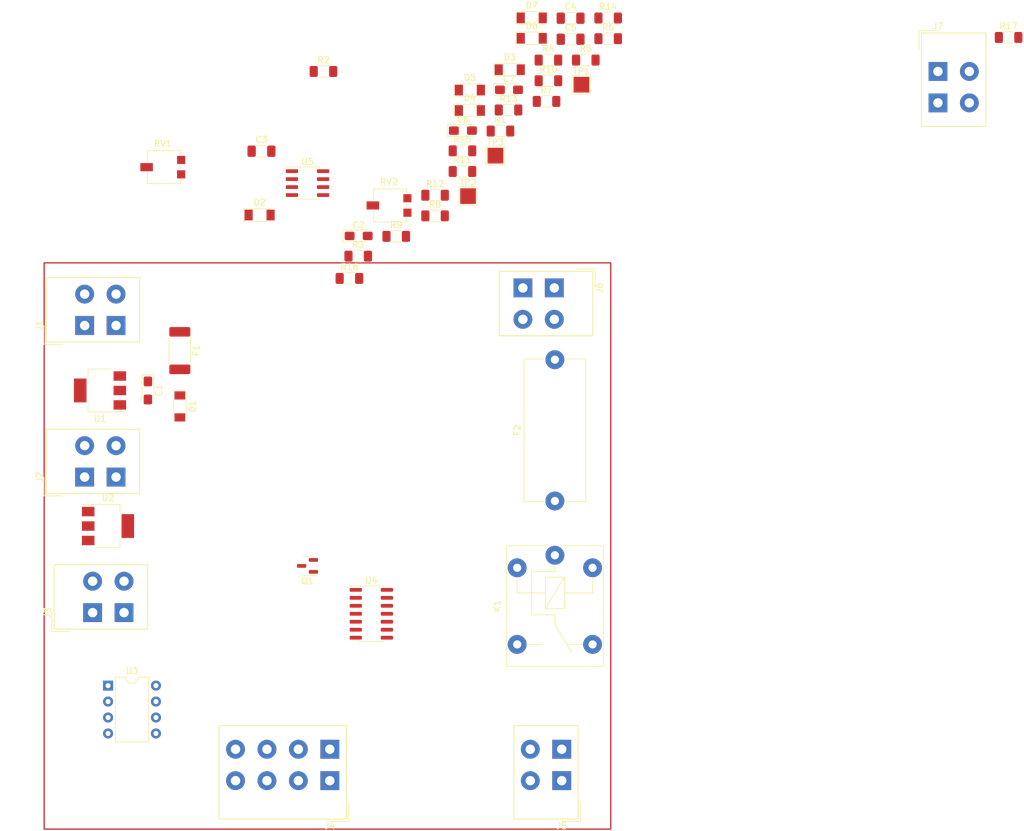
<source format=kicad_pcb>
(kicad_pcb (version 20211014) (generator pcbnew)
  (layers (0 "F.Cu" signal) (31 "B.Cu" signal) (34 "B.Paste" user) (35 "F.Paste" user) (36 "B.SilkS" user "B.Silkscreen") (37 "F.SilkS" user "F.Silkscreen") (38 "B.Mask" user) (39 "F.Mask" user) (44 "Edge.Cuts" user))
  (net 0 "")
  (net 1 "+12V")
  (net 2 "GND")
  (net 3 "12V_Telem")
  (net 4 "+5V")
  (net 5 "Net-(C4-Pad1)")
  (net 6 "Net-(C7-Pad1)")
  (net 7 "Net-(D2-Pad1)")
  (net 8 "Net-(D2-Pad2)")
  (net 9 "Net-(D3-Pad2)")
  (net 10 "Net-(D4-Pad2)")
  (net 11 "/(A+B)C")
  (net 12 "Net-(D6-Pad1)")
  (net 13 "+12C")
  (net 14 "Net-(F2-Pad1)")
  (net 15 "Net-(F2-Pad2)")
  (net 16 "Brake2")
  (net 17 "Brake1")
  (net 18 "TPS")
  (net 19 "LED")
  (net 21 "Net-(Q1-Pad1)")
  (net 22 "Brake_ref")
  (net 23 "Net-(R5-Pad2)")
  (net 24 "Net-(R6-Pad2)")
  (net 25 "Net-(R7-Pad2)")
  (net 26 "TPS_ref")
  (net 27 "Net-(R9-Pad2)")
  (net 28 "Net-(R10-Pad2)")
  (net 29 "RELAY")
  (net 30 "Net-(R15-Pad2)")
  (net 31 "Net-(TP1-Pad1)")
  (net 32 "Net-(TP3-Pad1)")
  (net 35 "Net-(U4-Pad13)")
  (net 38 "Net-(U3-Pad5)")
  (footprint "Package_TO_SOT_SMD:SOT-223" (layer "F.Cu") (at 25.4 86.36 180)
    (fp_text reference "U1" (at 0 -4.5) (layer "F.SilkS"))
    (fp_text value "LM1117-5.0")
    (fp_line (start -4.1 -3.41) (end 1.91 -3.41) (layer "F.SilkS") (width 0.12))
    (fp_line (start 1.91 -3.41) (end 1.91 -2.15) (layer "F.SilkS") (width 0.12))
    (fp_line (start -1.85 3.41) (end 1.91 3.41) (layer "F.SilkS") (width 0.12))
    (fp_line (start 1.91 3.41) (end 1.91 2.15) (layer "F.SilkS") (width 0.12))
    (pad "1" smd rect (at -3.15 -2.3 180) (size 2 1.5) (layers "F.Cu" "F.Paste" "F.Mask") (net 2 "GND"))
    (pad "2" smd rect (at -3.15 0 180) (size 2 1.5) (layers "F.Cu" "F.Paste" "F.Mask") (net 4 "+5V"))
    (pad "3" smd rect (at -3.15 2.3 180) (size 2 1.5) (layers "F.Cu" "F.Paste" "F.Mask") (net 1 "+12V"))
    (pad "4" smd rect (at 3.15 0 180) (size 2 3.8) (layers "F.Cu" "F.Paste" "F.Mask"))
  )
  (footprint "Potentiometer_SMD:Potentiometer_Vishay_TS53YL_Vertical" (layer "F.Cu") (at 71.57 56.9)
    (fp_text reference "RV2" (at -0.175 -3.75) (layer "F.SilkS"))
    (fp_text value "1k")
    (fp_line (start 2.62 2.04) (end 2.62 2.62) (layer "F.SilkS") (width 0.12))
    (fp_line (start 2.62 -2.62) (end 2.62 -2.039) (layer "F.SilkS") (width 0.12))
    (fp_line (start -2.62 -2.62) (end 2.62 -2.62) (layer "F.SilkS") (width 0.12))
    (fp_line (start -2.62 -2.62) (end -2.62 -0.89) (layer "F.SilkS") (width 0.12))
    (fp_line (start -2.62 2.62) (end 2.62 2.62) (layer "F.SilkS") (width 0.12))
    (fp_line (start -2.62 0.89) (end -2.62 2.62) (layer "F.SilkS") (width 0.12))
    (fp_line (start 2.62 -0.26) (end 2.62 0.26) (layer "F.SilkS") (width 0.12))
    (pad "1" smd rect (at 2.75 -1.15) (size 1.3 1.3) (layers "F.Cu" "F.Paste" "F.Mask") (net 27 "Net-(R9-Pad2)"))
    (pad "2" smd rect (at -2.75 0) (size 2 1.3) (layers "F.Cu" "F.Paste" "F.Mask") (net 2 "GND"))
    (pad "3" smd rect (at 2.75 1.15) (size 1.3 1.3) (layers "F.Cu" "F.Paste" "F.Mask") (net 2 "GND"))
  )
  (footprint "AK3001:AK300_1x02_P5.00mm_45-Degree" (layer "F.Cu") (at 98.8775 148.4975 180)
    (fp_text reference "J5" (at 0 -7.2) (layer "F.SilkS"))
    (fp_text value "LED")
    (fp_line (start -2.62 -6.12) (end -2.62 8.763) (layer "F.SilkS") (width 0.12))
    (fp_line (start -3 -6.5) (end 0 -6.5) (layer "F.SilkS") (width 0.12))
    (fp_line (start -2.62 8.763) (end 7.62 8.763) (layer "F.SilkS") (width 0.12))
    (fp_line (start 7.62 -6.12) (end 7.62 8.763) (layer "F.SilkS") (width 0.12))
    (fp_line (start -2.62 -6.12) (end 7.62 -6.12) (layer "F.SilkS") (width 0.12))
    (fp_line (start -2.62 -6.12) (end 7.62 -6.12) (layer "F.SilkS") (width 0.12))
    (fp_line (start -3 -3.5) (end -3 -6.5) (layer "F.SilkS") (width 0.12))
    (fp_line (start -2.62 -6.12) (end -2.62 8.763) (layer "F.SilkS") (width 0.12))
    (fp_line (start 7.62 -6.12) (end 7.62 8.763) (layer "F.SilkS") (width 0.12))
    (fp_line (start -2.62 8.763) (end 7.62 8.763) (layer "F.SilkS") (width 0.12))
    (pad "1" thru_hole rect (at 0 5 180) (size 3 3) (drill 1.5) (layers *.Cu *.Mask) (net 19 "LED"))
    (pad "1" thru_hole rect (at 0 0 180) (size 3 3) (drill 1.5) (layers *.Cu *.Mask) (net 19 "LED"))
    (pad "2" thru_hole circle (at 5 0 180) (size 3 3) (drill 1.5) (layers *.Cu *.Mask) (net 2 "GND"))
    (pad "2" thru_hole circle (at 5 5 180) (size 3 3) (drill 1.5) (layers *.Cu *.Mask) (net 2 "GND"))
  )
  (footprint "Resistor_SMD:R_1206_3216Metric_Pad1.30x1.75mm_HandSolder" (layer "F.Cu") (at 65.09 68.52)
    (fp_text reference "R16" (at 0 -1.82) (layer "F.SilkS"))
    (fp_text value "1M")
    (fp_line (start -0.727064 0.91) (end 0.727064 0.91) (layer "F.SilkS") (width 0.12))
    (fp_line (start -0.727064 -0.91) (end 0.727064 -0.91) (layer "F.SilkS") (width 0.12))
    (pad "1" smd roundrect (at -1.55 0) (size 1.3 1.75) (layers "F.Cu" "F.Paste" "F.Mask") (roundrect_rratio 0.192308) (net 30 "Net-(R15-Pad2)"))
    (pad "2" smd roundrect (at 1.55 0) (size 1.3 1.75) (layers "F.Cu" "F.Paste" "F.Mask") (roundrect_rratio 0.192308) (net 6 "Net-(C7-Pad1)"))
  )
  (footprint "AK3001:AK3001_1x04_P5.00mm_45-Degree" (layer "F.Cu") (at 61.9975 148.4975 180)
    (fp_text reference "J4" (at 0 -7.2) (layer "F.SilkS"))
    (fp_text value "Sensors")
    (fp_line (start -2.97 -3.5) (end -2.97 -6.5) (layer "F.SilkS") (width 0.12))
    (fp_line (start -2.59 8.763) (end 17.65 8.763) (layer "F.SilkS") (width 0.12))
    (fp_line (start -2.59 8.763) (end 17.65 8.763) (layer "F.SilkS") (width 0.12))
    (fp_line (start -2.59 -6.12) (end -2.59 8.763) (layer "F.SilkS") (width 0.12))
    (fp_line (start -2.59 -6.12) (end -2.59 8.763) (layer "F.SilkS") (width 0.12))
    (fp_line (start -2.97 -6.5) (end 0.03 -6.5) (layer "F.SilkS") (width 0.12))
    (fp_line (start 17.65 -6.12) (end 17.65 8.763) (layer "F.SilkS") (width 0.12))
    (fp_line (start 17.65 -6.12) (end 17.65 8.763) (layer "F.SilkS") (width 0.12))
    (fp_line (start -2.59 -6.12) (end 17.65 -6.12) (layer "F.SilkS") (width 0.12))
    (fp_line (start -2.59 -6.12) (end 17.65 -6.12) (layer "F.SilkS") (width 0.12))
    (pad "1" thru_hole rect (at 0.03 5 180) (size 3 3) (drill 1.5) (layers *.Cu *.Mask) (net 2 "GND"))
    (pad "1" thru_hole rect (at 0.03 0 180) (size 3 3) (drill 1.5) (layers *.Cu *.Mask) (net 2 "GND"))
    (pad "2" thru_hole circle (at 5.03 5 180) (size 3 3) (drill 1.5) (layers *.Cu *.Mask) (net 16 "Brake2"))
    (pad "2" thru_hole circle (at 5.03 0 180) (size 3 3) (drill 1.5) (layers *.Cu *.Mask) (net 16 "Brake2"))
    (pad "3" thru_hole circle (at 10.03 0 180) (size 3 3) (drill 1.5) (layers *.Cu *.Mask) (net 17 "Brake1"))
    (pad "3" thru_hole circle (at 10.03 5 180) (size 3 3) (drill 1.5) (layers *.Cu *.Mask) (net 17 "Brake1"))
    (pad "4" thru_hole circle (at 15.03 5 180) (size 3 3) (drill 1.5) (layers *.Cu *.Mask) (net 18 "TPS"))
    (pad "4" thru_hole circle (at 15.03 0 180) (size 3 3) (drill 1.5) (layers *.Cu *.Mask) (net 18 "TPS"))
  )
  (footprint "Resistor_SMD:R_1206_3216Metric_Pad1.30x1.75mm_HandSolder" (layer "F.Cu") (at 102.71 33.75)
    (fp_text reference "R5" (at 0 -1.82) (layer "F.SilkS"))
    (fp_text value "1k2")
    (fp_line (start -0.727064 -0.91) (end 0.727064 -0.91) (layer "F.SilkS") (width 0.12))
    (fp_line (start -0.727064 0.91) (end 0.727064 0.91) (layer "F.SilkS") (width 0.12))
    (pad "1" smd roundrect (at -1.55 0) (size 1.3 1.75) (layers "F.Cu" "F.Paste" "F.Mask") (roundrect_rratio 0.192308) (net 22 "Brake_ref"))
    (pad "2" smd roundrect (at 1.55 0) (size 1.3 1.75) (layers "F.Cu" "F.Paste" "F.Mask") (roundrect_rratio 0.192308) (net 23 "Net-(R5-Pad2)"))
  )
  (footprint "Package_SO:SO-14_3.9x8.65mm_P1.27mm" (layer "F.Cu") (at 68.58 121.92)
    (fp_text reference "U4" (at 0 -5.28) (layer "F.SilkS"))
    (fp_text value "LM324")
    (fp_line (start 0 -4.435) (end 1.95 -4.435) (layer "F.SilkS") (width 0.12))
    (fp_line (start 0 4.435) (end -1.95 4.435) (layer "F.SilkS") (width 0.12))
    (fp_line (start 0 -4.435) (end -3.45 -4.435) (layer "F.SilkS") (width 0.12))
    (fp_line (start 0 4.435) (end 1.95 4.435) (layer "F.SilkS") (width 0.12))
    (pad "1" smd roundrect (at -2.475 -3.81) (size 1.95 0.6) (layers "F.Cu" "F.Paste" "F.Mask") (net 8 "Net-(D2-Pad2)"))
    (pad "2" smd roundrect (at -2.475 -2.54) (size 1.95 0.6) (layers "F.Cu" "F.Paste" "F.Mask") (net 22 "Brake_ref"))
    (pad "3" smd roundrect (at -2.475 -1.27) (size 1.95 0.6) (layers "F.Cu" "F.Paste" "F.Mask") (net 17 "Brake1"))
    (pad "4" smd roundrect (at -2.475 0) (size 1.95 0.6) (layers "F.Cu" "F.Paste" "F.Mask") (net 4 "+5V"))
    (pad "5" smd roundrect (at -2.475 1.27) (size 1.95 0.6) (layers "F.Cu" "F.Paste" "F.Mask") (net 16 "Brake2"))
    (pad "6" smd roundrect (at -2.475 2.54) (size 1.95 0.6) (layers "F.Cu" "F.Paste" "F.Mask") (net 22 "Brake_ref"))
    (pad "7" smd roundrect (at -2.475 3.81) (size 1.95 0.6) (layers "F.Cu" "F.Paste" "F.Mask") (net 9 "Net-(D3-Pad2)"))
    (pad "8" smd roundrect (at 2.475 3.81) (size 1.95 0.6) (layers "F.Cu" "F.Paste" "F.Mask") (net 12 "Net-(D6-Pad1)"))
    (pad "9" smd roundrect (at 2.475 2.54) (size 1.95 0.6) (layers "F.Cu" "F.Paste" "F.Mask") (net 26 "TPS_ref"))
    (pad "10" smd roundrect (at 2.475 1.27) (size 1.95 0.6) (layers "F.Cu" "F.Paste" "F.Mask") (net 18 "TPS"))
    (pad "11" smd roundrect (at 2.475 0) (size 1.95 0.6) (layers "F.Cu" "F.Paste" "F.Mask") (net 2 "GND"))
    (pad "12" smd roundrect (at 2.475 -1.27) (size 1.95 0.6) (layers "F.Cu" "F.Paste" "F.Mask") (net 28 "Net-(R10-Pad2)"))
    (pad "13" smd roundrect (at 2.475 -2.54) (size 1.95 0.6) (layers "F.Cu" "F.Paste" "F.Mask") (net 35 "Net-(U4-Pad13)"))
    (pad "14" smd roundrect (at 2.475 -3.81) (size 1.95 0.6) (layers "F.Cu" "F.Paste" "F.Mask") (net 35 "Net-(U4-Pad13)"))
  )
  (footprint "TestPoint:TestPoint_Pad_2.5x2.5mm" (layer "F.Cu") (at 83.97 55.41)
    (fp_text reference "TP2" (at 0 -2.148) (layer "F.SilkS"))
    (fp_text value "ICSPD")
    (fp_line (start -1.45 1.45) (end -1.45 -1.45) (layer "F.SilkS") (width 0.12))
    (fp_line (start -1.45 -1.45) (end 1.45 -1.45) (layer "F.SilkS") (width 0.12))
    (fp_line (start 1.45 -1.45) (end 1.45 1.45) (layer "F.SilkS") (width 0.12))
    (fp_line (start 1.45 1.45) (end -1.45 1.45) (layer "F.SilkS") (width 0.12))
    (pad "1" smd rect (at 0 0) (size 2.5 2.5) (layers "F.Cu" "F.Mask") (net 24 "Net-(R6-Pad2)"))
  )
  (footprint "Resistor_SMD:R_1206_3216Metric_Pad1.30x1.75mm_HandSolder" (layer "F.Cu") (at 83.08 51.49)
    (fp_text reference "R11" (at 0 -1.82) (layer "F.SilkS"))
    (fp_text value "22k")
    (fp_line (start -0.727064 -0.91) (end 0.727064 -0.91) (layer "F.SilkS") (width 0.12))
    (fp_line (start -0.727064 0.91) (end 0.727064 0.91) (layer "F.SilkS") (width 0.12))
    (pad "1" smd roundrect (at -1.55 0) (size 1.3 1.75) (layers "F.Cu" "F.Paste" "F.Mask") (roundrect_rratio 0.192308) (net 28 "Net-(R10-Pad2)"))
    (pad "2" smd roundrect (at 1.55 0) (size 1.3 1.75) (layers "F.Cu" "F.Paste" "F.Mask") (roundrect_rratio 0.192308) (net 2 "GND"))
  )
  (footprint "Resistor_SMD:R_1206_3216Metric_Pad1.30x1.75mm_HandSolder" (layer "F.Cu") (at 96.76 37.04)
    (fp_text reference "R10" (at 0 -1.82) (layer "F.SilkS"))
    (fp_text value "22k")
    (fp_line (start -0.727064 -0.91) (end 0.727064 -0.91) (layer "F.SilkS") (width 0.12))
    (fp_line (start -0.727064 0.91) (end 0.727064 0.91) (layer "F.SilkS") (width 0.12))
    (pad "1" smd roundrect (at -1.55 0) (size 1.3 1.75) (layers "F.Cu" "F.Paste" "F.Mask") (roundrect_rratio 0.192308) (net 4 "+5V"))
    (pad "2" smd roundrect (at 1.55 0) (size 1.3 1.75) (layers "F.Cu" "F.Paste" "F.Mask") (roundrect_rratio 0.192308) (net 28 "Net-(R10-Pad2)"))
  )
  (footprint "Fuse:Fuse_2512_6332Metric_Pad1.52x3.35mm_HandSolder" (layer "F.Cu") (at 38.1 80.01 -90)
    (fp_text reference "F1" (at 0 -2.62 90) (layer "F.SilkS"))
    (fp_text value "2A")
    (fp_line (start -2.052064 1.71) (end 2.052064 1.71) (layer "F.SilkS") (width 0.12))
    (fp_line (start -2.052064 -1.71) (end 2.052064 -1.71) (layer "F.SilkS") (width 0.12))
    (pad "1" smd roundrect (at -2.9875 0 270) (size 1.525 3.35) (layers "F.Cu" "F.Paste" "F.Mask") (roundrect_rratio 0.163934) (net 13 "+12C"))
    (pad "2" smd roundrect (at 2.9875 0 270) (size 1.525 3.35) (layers "F.Cu" "F.Paste" "F.Mask") (roundrect_rratio 0.163934) (net 1 "+12V"))
  )
  (footprint "Capacitor_SMD:C_1206_3216Metric_Pad1.33x1.80mm_HandSolder" (layer "F.Cu") (at 100.29 27.08)
    (fp_text reference "C4" (at 0 -1.85) (layer "F.SilkS"))
    (fp_text value "100nF")
    (fp_line (start -0.711252 0.91) (end 0.711252 0.91) (layer "F.SilkS") (width 0.12))
    (fp_line (start -0.711252 -0.91) (end 0.711252 -0.91) (layer "F.SilkS") (width 0.12))
    (pad "1" smd roundrect (at -1.5625 0) (size 1.325 1.8) (layers "F.Cu" "F.Paste" "F.Mask") (roundrect_rratio 0.188679) (net 5 "Net-(C4-Pad1)"))
    (pad "2" smd roundrect (at 1.5625 0) (size 1.325 1.8) (layers "F.Cu" "F.Paste" "F.Mask") (roundrect_rratio 0.188679) (net 2 "GND"))
  )
  (footprint "Resistor_SMD:R_1206_3216Metric_Pad1.30x1.75mm_HandSolder" (layer "F.Cu") (at 90.41 41.7)
    (fp_text reference "R13" (at 0 -1.82) (layer "F.SilkS"))
    (fp_text value "2k2")
    (fp_line (start -0.727064 0.91) (end 0.727064 0.91) (layer "F.SilkS") (width 0.12))
    (fp_line (start -0.727064 -0.91) (end 0.727064 -0.91) (layer "F.SilkS") (width 0.12))
    (pad "1" smd roundrect (at -1.55 0) (size 1.3 1.75) (layers "F.Cu" "F.Paste" "F.Mask") (roundrect_rratio 0.192308) (net 29 "RELAY"))
    (pad "2" smd roundrect (at 1.55 0) (size 1.3 1.75) (layers "F.Cu" "F.Paste" "F.Mask") (roundrect_rratio 0.192308) (net 21 "Net-(Q1-Pad1)"))
  )
  (footprint "Capacitor_Tantalum_SMD:CP_EIA-3216-18_Kemet-A_Pad1.58x1.35mm_HandSolder" (layer "F.Cu") (at 90.48 38.48)
    (fp_text reference "C7" (at 0 -1.75) (layer "F.SilkS"))
    (fp_text value "10uF")
    (fp_line (start 1.6 -0.935) (end -2.485 -0.935) (layer "F.SilkS") (width 0.12))
    (fp_line (start -2.485 -0.935) (end -2.485 0.935) (layer "F.SilkS") (width 0.12))
    (fp_line (start -2.485 0.935) (end 1.6 0.935) (layer "F.SilkS") (width 0.12))
    (pad "1" smd roundrect (at -1.4375 0) (size 1.575 1.35) (layers "F.Cu" "F.Paste" "F.Mask") (roundrect_rratio 0.185185) (net 6 "Net-(C7-Pad1)"))
    (pad "2" smd roundrect (at 1.4375 0) (size 1.575 1.35) (layers "F.Cu" "F.Paste" "F.Mask") (roundrect_rratio 0.185185) (net 2 "GND"))
  )
  (footprint "Capacitor_SMD:C_1206_3216Metric_Pad1.33x1.80mm_HandSolder" (layer "F.Cu") (at 100.29 30.43)
    (fp_text reference "C5" (at 0 -1.85) (layer "F.SilkS"))
    (fp_text value "100nF")
    (fp_line (start -0.711252 0.91) (end 0.711252 0.91) (layer "F.SilkS") (width 0.12))
    (fp_line (start -0.711252 -0.91) (end 0.711252 -0.91) (layer "F.SilkS") (width 0.12))
    (pad "1" smd roundrect (at -1.5625 0) (size 1.325 1.8) (layers "F.Cu" "F.Paste" "F.Mask") (roundrect_rratio 0.188679) (net 4 "+5V"))
    (pad "2" smd roundrect (at 1.5625 0) (size 1.325 1.8) (layers "F.Cu" "F.Paste" "F.Mask") (roundrect_rratio 0.188679) (net 2 "GND"))
  )
  (footprint "Resistor_SMD:R_1206_3216Metric_Pad1.30x1.75mm_HandSolder" (layer "F.Cu") (at 96.76 33.75)
    (fp_text reference "R4" (at 0 -1.82) (layer "F.SilkS"))
    (fp_text value "5k6")
    (fp_line (start -0.727064 -0.91) (end 0.727064 -0.91) (layer "F.SilkS") (width 0.12))
    (fp_line (start -0.727064 0.91) (end 0.727064 0.91) (layer "F.SilkS") (width 0.12))
    (pad "1" smd roundrect (at -1.55 0) (size 1.3 1.75) (layers "F.Cu" "F.Paste" "F.Mask") (roundrect_rratio 0.192308) (net 4 "+5V"))
    (pad "2" smd roundrect (at 1.55 0) (size 1.3 1.75) (layers "F.Cu" "F.Paste" "F.Mask") (roundrect_rratio 0.192308) (net 22 "Brake_ref"))
  )
  (footprint "Package_TO_SOT_SMD:SOT-223" (layer "F.Cu") (at 26.67 107.95)
    (fp_text reference "U2" (at 0 -4.5) (layer "F.SilkS"))
    (fp_text value "LM1117-5.0")
    (fp_line (start 1.91 3.41) (end 1.91 2.15) (layer "F.SilkS") (width 0.12))
    (fp_line (start -1.85 3.41) (end 1.91 3.41) (layer "F.SilkS") (width 0.12))
    (fp_line (start -4.1 -3.41) (end 1.91 -3.41) (layer "F.SilkS") (width 0.12))
    (fp_line (start 1.91 -3.41) (end 1.91 -2.15) (layer "F.SilkS") (width 0.12))
    (pad "1" smd rect (at -3.15 -2.3) (size 2 1.5) (layers "F.Cu" "F.Paste" "F.Mask") (net 2 "GND"))
    (pad "2" smd rect (at -3.15 0) (size 2 1.5) (layers "F.Cu" "F.Paste" "F.Mask") (net 5 "Net-(C4-Pad1)"))
    (pad "3" smd rect (at -3.15 2.3) (size 2 1.5) (layers "F.Cu" "F.Paste" "F.Mask") (net 3 "12V_Telem"))
    (pad "4" smd rect (at 3.15 0) (size 2 3.8) (layers "F.Cu" "F.Paste" "F.Mask"))
  )
  (footprint "Package_DIP:DIP-8_W7.62mm" (layer "F.Cu") (at 26.68 133.36)
    (fp_text reference "U3" (at 3.81 -2.33) (layer "F.SilkS"))
    (fp_text value "PIC12F629-IP")
    (fp_line (start 6.46 8.95) (end 6.46 -1.33) (layer "F.SilkS") (width 0.12))
    (fp_line (start 6.46 -1.33) (end 4.81 -1.33) (layer "F.SilkS") (width 0.12))
    (fp_line (start 1.16 8.95) (end 6.46 8.95) (layer "F.SilkS") (width 0.12))
    (fp_line (start 2.81 -1.33) (end 1.16 -1.33) (layer "F.SilkS") (width 0.12))
    (fp_line (start 1.16 -1.33) (end 1.16 8.95) (layer "F.SilkS") (width 0.12))
    (fp_arc (start 4.81 -1.33) (mid 3.81 -0.33) (end 2.81 -1.33) (layer "F.SilkS") (width 0.12))
    (pad "1" thru_hole rect (at 0 0) (size 1.6 1.6) (drill 0.8) (layers *.Cu *.Mask) (net 5 "Net-(C4-Pad1)"))
    (pad "2" thru_hole oval (at 0 2.54) (size 1.6 1.6) (drill 0.8) (layers *.Cu *.Mask))
    (pad "3" thru_hole oval (at 0 5.08) (size 1.6 1.6) (drill 0.8) (layers *.Cu *.Mask))
    (pad "4" thru_hole oval (at 0 7.62) (size 1.6 1.6) (drill 0.8) (layers *.Cu *.Mask) (net 32 "Net-(TP3-Pad1)"))
    (pad "5" thru_hole oval (at 7.62 7.62) (size 1.6 1.6) (drill 0.8) (layers *.Cu *.Mask) (net 38 "Net-(U3-Pad5)"))
    (pad "6" thru_hole oval (at 7.62 5.08) (size 1.6 1.6) (drill 0.8) (layers *.Cu *.Mask) (net 31 "Net-(TP1-Pad1)"))
    (pad "7" thru_hole oval (at 7.62 2.54) (size 1.6 1.6) (drill 0.8) (layers *.Cu *.Mask) (net 24 "Net-(R6-Pad2)"))
    (pad "8" thru_hole oval (at 7.62 0) (size 1.6 1.6) (drill 0.8) (layers *.Cu *.Mask) (net 2 "GND"))
  )
  (footprint "TestPoint:TestPoint_Pad_2.5x2.5mm" (layer "F.Cu") (at 102.01 37.67)
    (fp_text reference "TP1" (at 0 -2.148) (layer "F.SilkS"))
    (fp_text value "ICSPC")
    (fp_line (start 1.45 1.45) (end -1.45 1.45) (layer "F.SilkS") (width 0.12))
    (fp_line (start -1.45 -1.45) (end 1.45 -1.45) (layer "F.SilkS") (width 0.12))
    (fp_line (start 1.45 -1.45) (end 1.45 1.45) (layer "F.SilkS") (width 0.12))
    (fp_line (start -1.45 1.45) (end -1.45 -1.45) (layer "F.SilkS") (width 0.12))
    (pad "1" smd rect (at 0 0) (size 2.5 2.5) (layers "F.Cu" "F.Mask") (net 31 "Net-(TP1-Pad1)"))
  )
  (footprint "Resistor_SMD:R_1206_3216Metric_Pad1.30x1.75mm_HandSolder" (layer "F.Cu") (at 78.72 58.56)
    (fp_text reference "R8" (at 0 -1.82) (layer "F.SilkS"))
    (fp_text value "3k9")
    (fp_line (start -0.727064 -0.91) (end 0.727064 -0.91) (layer "F.SilkS") (width 0.12))
    (fp_line (start -0.727064 0.91) (end 0.727064 0.91) (layer "F.SilkS") (width 0.12))
    (pad "1" smd roundrect (at -1.55 0) (size 1.3 1.75) (layers "F.Cu" "F.Paste" "F.Mask") (roundrect_rratio 0.192308) (net 4 "+5V"))
    (pad "2" smd roundrect (at 1.55 0) (size 1.3 1.75) (layers "F.Cu" "F.Paste" "F.Mask") (roundrect_rratio 0.192308) (net 26 "TPS_ref"))
  )
  (footprint "Resistor_SMD:R_1206_3216Metric_Pad1.30x1.75mm_HandSolder" (layer "F.Cu") (at 60.96 35.56)
    (fp_text reference "R2" (at 0 -1.82) (layer "F.SilkS"))
    (fp_text value "270k")
    (fp_line (start -0.727064 0.91) (end 0.727064 0.91) (layer "F.SilkS") (width 0.12))
    (fp_line (start -0.727064 -0.91) (end 0.727064 -0.91) (layer "F.SilkS") (width 0.12))
    (pad "1" smd roundrect (at -1.55 0) (size 1.3 1.75) (layers "F.Cu" "F.Paste" "F.Mask") (roundrect_rratio 0.192308) (net 4 "+5V"))
    (pad "2" smd roundrect (at 1.55 0) (size 1.3 1.75) (layers "F.Cu" "F.Paste" "F.Mask") (roundrect_rratio 0.192308) (net 17 "Brake1"))
  )
  (footprint "Potentiometer_SMD:Potentiometer_Vishay_TS53YL_Vertical" (layer "F.Cu") (at 35.56 50.8)
    (fp_text reference "RV1" (at -0.175 -3.75) (layer "F.SilkS"))
    (fp_text value "1k")
    (fp_line (start -2.62 -2.62) (end 2.62 -2.62) (layer "F.SilkS") (width 0.12))
    (fp_line (start 2.62 2.04) (end 2.62 2.62) (layer "F.SilkS") (width 0.12))
    (fp_line (start 2.62 -2.62) (end 2.62 -2.039) (layer "F.SilkS") (width 0.12))
    (fp_line (start 2.62 -0.26) (end 2.62 0.26) (layer "F.SilkS") (width 0.12))
    (fp_line (start -2.62 2.62) (end 2.62 2.62) (layer "F.SilkS") (width 0.12))
    (fp_line (start -2.62 -2.62) (end -2.62 -0.89) (layer "F.SilkS") (width 0.12))
    (fp_line (start -2.62 0.89) (end -2.62 2.62) (layer "F.SilkS") (width 0.12))
    (pad "1" smd rect (at 2.75 -1.15) (size 1.3 1.3) (layers "F.Cu" "F.Paste" "F.Mask") (net 23 "Net-(R5-Pad2)"))
    (pad "2" smd rect (at -2.75 0) (size 2 1.3) (layers "F.Cu" "F.Paste" "F.Mask") (net 2 "GND"))
    (pad "3" smd rect (at 2.75 1.15) (size 1.3 1.3) (layers "F.Cu" "F.Paste" "F.Mask") (net 2 "GND"))
  )
  (footprint "AK3001:AK300_1x02_P5.00mm_45-Degree" (layer "F.Cu") (at 97.6975 70.0325 -90)
    (fp_text reference "J6" (at 0 -7.2 90) (layer "F.SilkS"))
    (fp_text value "BSPD12OUT")
    (fp_line (start 7.62 -6.12) (end 7.62 8.763) (layer "F.SilkS") (width 0.12))
    (fp_line (start -2.62 -6.12) (end 7.62 -6.12) (layer "F.SilkS") (width 0.12))
    (fp_line (start -3 -3.5) (end -3 -6.5) (layer "F.SilkS") (width 0.12))
    (fp_line (start -2.62 8.763) (end 7.62 8.763) (layer "F.SilkS") (width 0.12))
    (fp_line (start -2.62 -6.12) (end -2.62 8.763) (layer "F.SilkS") (width 0.12))
    (fp_line (start -2.62 -6.12) (end -2.62 8.763) (layer "F.SilkS") (width 0.12))
    (fp_line (start -2.62 8.763) (end 7.62 8.763) (layer "F.SilkS") (width 0.12))
    (fp_line (start -3 -6.5) (end 0 -6.5) (layer "F.SilkS") (width 0.12))
    (fp_line (start 7.62 -6.12) (end 7.62 8.763) (layer "F.SilkS") (width 0.12))
    (fp_line (start -2.62 -6.12) (end 7.62 -6.12) (layer "F.SilkS") (width 0.12))
    (pad "1" thru_hole rect (at 0 0 270) (size 3 3) (drill 1.5) (layers *.Cu *.Mask) (net 15 "Net-(F2-Pad2)"))
    (pad "1" thru_hole rect (at 0 5 270) (size 3 3) (drill 1.5) (layers *.Cu *.Mask) (net 15 "Net-(F2-Pad2)"))
    (pad "2" thru_hole circle (at 5 5 270) (size 3 3) (drill 1.5) (layers *.Cu *.Mask) (net 15 "Net-(F2-Pad2)"))
    (pad "2" thru_hole circle (at 5 0 270) (size 3 3) (drill 1.5) (layers *.Cu *.Mask) (net 15 "Net-(F2-Pad2)"))
  )
  (footprint "Diode_SMD:D_MiniMELF" (layer "F.Cu") (at 94.11 30.28)
    (fp_text reference "D6" (at 0 -2) (layer "F.SilkS"))
    (fp_text value "LL4148")
    (fp_line (start -2.55 1) (end 1.75 1) (layer "F.SilkS") (width 0.12))
    (fp_line (start -2.55 -1) (end -2.55 1) (layer "F.SilkS") (width 0.12))
    (fp_line (start 1.75 -1) (end -2.55 -1) (layer "F.SilkS") (width 0.12))
    (pad "1" smd rect (at -1.75 0) (size 1.3 1.7) (layers "F.Cu" "F.Paste" "F.Mask") (net 12 "Net-(D6-Pad1)"))
    (pad "2" smd rect (at 1.75 0) (size 1.3 1.7) (layers "F.Cu" "F.Paste" "F.Mask") (net 11 "/(A+B)C"))
  )
  (footprint "AK3001:AK300_1x02_P5.00mm_45-Degree" (layer "F.Cu") (at 24.2225 121.7375 90)
    (fp_text reference "J3" (at 0 -7.2 90) (layer "F.SilkS"))
    (fp_text value "12VTelem")
    (fp_line (start -2.62 -6.12) (end -2.62 8.763) (layer "F.SilkS") (width 0.12))
    (fp_line (start -2.62 8.763) (end 7.62 8.763) (layer "F.SilkS") (width 0.12))
    (fp_line (start 7.62 -6.12) (end 7.62 8.763) (layer "F.SilkS") (width 0.12))
    (fp_line (start -2.62 -6.12) (end -2.62 8.763) (layer "F.SilkS") (width 0.12))
    (fp_line (start 7.62 -6.12) (end 7.62 8.763) (layer "F.SilkS") (width 0.12))
    (fp_line (start -2.62 -6.12) (end 7.62 -6.12) (layer "F.SilkS") (width 0.12))
    (fp_line (start -2.62 8.763) (end 7.62 8.763) (layer "F.SilkS") (width 0.12))
    (fp_line (start -3 -6.5) (end 0 -6.5) (layer "F.SilkS") (width 0.12))
    (fp_line (start -2.62 -6.12) (end 7.62 -6.12) (layer "F.SilkS") (width 0.12))
    (fp_line (start -3 -3.5) (end -3 -6.5) (layer "F.SilkS") (width 0.12))
    (pad "1" thru_hole rect (at 0 0 90) (size 3 3) (drill 1.5) (layers *.Cu *.Mask) (net 3 "12V_Telem"))
    (pad "1" thru_hole rect (at 0 5 90) (size 3 3) (drill 1.5) (layers *.Cu *.Mask) (net 3 "12V_Telem"))
    (pad "2" thru_hole circle (at 5 0 90) (size 3 3) (drill 1.5) (layers *.Cu *.Mask) (net 3 "12V_Telem"))
    (pad "2" thru_hole circle (at 5 5 90) (size 3 3) (drill 1.5) (layers *.Cu *.Mask) (net 3 "12V_Telem"))
  )
  (footprint "Resistor_SMD:R_1206_3216Metric_Pad1.30x1.75mm_HandSolder" (layer "F.Cu") (at 66.49 64.97)
    (fp_text reference "R3" (at 0 -1.82) (layer "F.SilkS"))
    (fp_text value "270k")
    (fp_line (start -0.727064 -0.91) (end 0.727064 -0.91) (layer "F.SilkS") (width 0.12))
    (fp_line (start -0.727064 0.91) (end 0.727064 0.91) (layer "F.SilkS") (width 0.12))
    (pad "1" smd roundrect (at -1.55 0) (size 1.3 1.75) (layers "F.Cu" "F.Paste" "F.Mask") (roundrect_rratio 0.192308) (net 4 "+5V"))
    (pad "2" smd roundrect (at 1.55 0) (size 1.3 1.75) (layers "F.Cu" "F.Paste" "F.Mask") (roundrect_rratio 0.192308) (net 16 "Brake2"))
  )
  (footprint "Capacitor_Tantalum_SMD:CP_EIA-3216-18_Kemet-A_Pad1.58x1.35mm_HandSolder" (layer "F.Cu") (at 33.02 86.36 -90)
    (fp_text reference "C1" (at 0 -1.75 90) (layer "F.SilkS"))
    (fp_text value "1uF")
    (fp_line (start 1.6 -0.935) (end -2.485 -0.935) (layer "F.SilkS") (width 0.12))
    (fp_line (start -2.485 -0.935) (end -2.485 0.935) (layer "F.SilkS") (width 0.12))
    (fp_line (start -2.485 0.935) (end 1.6 0.935) (layer "F.SilkS") (width 0.12))
    (pad "1" smd roundrect (at -1.4375 0 270) (size 1.575 1.35) (layers "F.Cu" "F.Paste" "F.Mask") (roundrect_rratio 0.185185) (net 1 "+12V"))
    (pad "2" smd roundrect (at 1.4375 0 270) (size 1.575 1.35) (layers "F.Cu" "F.Paste" "F.Mask") (roundrect_rratio 0.185185) (net 2 "GND"))
  )
  (footprint "AK3001:AK300_1x02_P5.00mm_45-Degree" (layer "F.Cu") (at 22.9525 76.0175 90)
    (fp_text reference "J1" (at 0 -7.2 90) (layer "F.SilkS"))
    (fp_text value "SafetyIN")
    (fp_line (start -3 -3.5) (end -3 -6.5) (layer "F.SilkS") (width 0.12))
    (fp_line (start -3 -6.5) (end 0 -6.5) (layer "F.SilkS") (width 0.12))
    (fp_line (start -2.62 -6.12) (end 7.62 -6.12) (layer "F.SilkS") (width 0.12))
    (fp_line (start -2.62 -6.12) (end -2.62 8.763) (layer "F.SilkS") (width 0.12))
    (fp_line (start -2.62 8.763) (end 7.62 8.763) (layer "F.SilkS") (width 0.12))
    (fp_line (start 7.62 -6.12) (end 7.62 8.763) (layer "F.SilkS") (width 0.12))
    (fp_line (start -2.62 -6.12) (end -2.62 8.763) (layer "F.SilkS") (width 0.12))
    (fp_line (start -2.62 8.763) (end 7.62 8.763) (layer "F.SilkS") (width 0.12))
    (fp_line (start 7.62 -6.12) (end 7.62 8.763) (layer "F.SilkS") (width 0.12))
    (fp_line (start -2.62 -6.12) (end 7.62 -6.12) (layer "F.SilkS") (width 0.12))
    (pad "1" thru_hole rect (at 0 5 90) (size 3 3) (drill 1.5) (layers *.Cu *.Mask) (net 13 "+12C"))
    (pad "1" thru_hole rect (at 0 0 90) (size 3 3) (drill 1.5) (layers *.Cu *.Mask) (net 13 "+12C"))
    (pad "2" thru_hole circle (at 5 0 90) (size 3 3) (drill 1.5) (layers *.Cu *.Mask) (net 13 "+12C"))
    (pad "2" thru_hole circle (at 5 5 90) (size 3 3) (drill 1.5) (layers *.Cu *.Mask) (net 13 "+12C"))
  )
  (footprint "Resistor_SMD:R_1206_3216Metric_Pad1.30x1.75mm_HandSolder" (layer "F.Cu") (at 106.27 30.34)
    (fp_text reference "R6" (at 0 -1.82) (layer "F.SilkS"))
    (fp_text value "1k")
    (fp_line (start -0.727064 0.91) (end 0.727064 0.91) (layer "F.SilkS") (width 0.12))
    (fp_line (start -0.727064 -0.91) (end 0.727064 -0.91) (layer "F.SilkS") (width 0.12))
    (pad "1" smd roundrect (at -1.55 0) (size 1.3 1.75) (layers "F.Cu" "F.Paste" "F.Mask") (roundrect_rratio 0.192308) (net 19 "LED"))
    (pad "2" smd roundrect (at 1.55 0) (size 1.3 1.75) (layers "F.Cu" "F.Paste" "F.Mask") (roundrect_rratio 0.192308) (net 24 "Net-(R6-Pad2)"))
  )
  (footprint "Capacitor_SMD:C_1206_3216Metric_Pad1.33x1.80mm_HandSolder" (layer "F.Cu") (at 51.0925 48.26)
    (fp_text reference "C3" (at 0 -1.85) (layer "F.SilkS"))
    (fp_text value "100nF")
    (fp_line (start -0.711252 0.91) (end 0.711252 0.91) (layer "F.SilkS") (width 0.12))
    (fp_line (start -0.711252 -0.91) (end 0.711252 -0.91) (layer "F.SilkS") (width 0.12))
    (pad "1" smd roundrect (at -1.5625 0) (size 1.325 1.8) (layers "F.Cu" "F.Paste" "F.Mask") (roundrect_rratio 0.188679) (net 4 "+5V"))
    (pad "2" smd roundrect (at 1.5625 0) (size 1.325 1.8) (layers "F.Cu" "F.Paste" "F.Mask") (roundrect_rratio 0.188679) (net 2 "GND"))
  )
  (footprint "Diode_SMD:D_MiniMELF" (layer "F.Cu") (at 38.1 88.9 -90)
    (fp_text reference "D1" (at 0 -2 90) (layer "F.SilkS"))
    (fp_text value "LL4148")
    (fp_line (start 1.75 -1) (end -2.55 -1) (layer "F.SilkS") (width 0.12))
    (fp_line (start -2.55 1) (end 1.75 1) (layer "F.SilkS") (width 0.12))
    (fp_line (start -2.55 -1) (end -2.55 1) (layer "F.SilkS") (width 0.12))
    (pad "1" smd rect (at -1.75 0 270) (size 1.3 1.7) (layers "F.Cu" "F.Paste" "F.Mask") (net 1 "+12V"))
    (pad "2" smd rect (at 1.75 0 270) (size 1.3 1.7) (layers "F.Cu" "F.Paste" "F.Mask") (net 2 "GND"))
  )
  (footprint "Resistor_SMD:R_1206_3216Metric_Pad1.30x1.75mm_HandSolder" (layer "F.Cu") (at 106.27 27.05)
    (fp_text reference "R14" (at 0 -1.82) (layer "F.SilkS"))
    (fp_text value "2k2")
    (fp_line (start -0.727064 -0.91) (end 0.727064 -0.91) (layer "F.SilkS") (width 0.12))
    (fp_line (start -0.727064 0.91) (end 0.727064 0.91) (layer "F.SilkS") (width 0.12))
    (pad "1" smd roundrect (at -1.55 0) (size 1.3 1.75) (layers "F.Cu" "F.Paste" "F.Mask") (roundrect_rratio 0.192308) (net 4 "+5V"))
    (pad "2" smd roundrect (at 1.55 0) (size 1.3 1.75) (layers "F.Cu" "F.Paste" "F.Mask") (roundrect_rratio 0.192308) (net 11 "/(A+B)C"))
  )
  (footprint "Resistor_SMD:R_1206_3216Metric_Pad1.30x1.75mm_HandSolder" (layer "F.Cu") (at 72.54 61.82)
    (fp_text reference "R9" (at 0 -1.82) (layer "F.SilkS"))
    (fp_text value "2k")
    (fp_line (start -0.727064 -0.91) (end 0.727064 -0.91) (layer "F.SilkS") (width 0.12))
    (fp_line (start -0.727064 0.91) (end 0.727064 0.91) (layer "F.SilkS") (width 0.12))
    (pad "1" smd roundrect (at -1.55 0) (size 1.3 1.75) (layers "F.Cu" "F.Paste" "F.Mask") (roundrect_rratio 0.192308) (net 26 "TPS_ref"))
    (pad "2" smd roundrect (at 1.55 0) (size 1.3 1.75) (layers "F.Cu" "F.Paste" "F.Mask") (roundrect_rratio 0.192308) (net 27 "Net-(R9-Pad2)"))
  )
  (footprint "Fuse:Fuseholder_Cylinder-5x20mm_Schurter_0031_8201_Horizontal_Open" (layer "F.Cu") (at 97.79 103.96 90)
    (fp_text reference "F2" (at 11.25 -6 90) (layer "F.SilkS"))
    (fp_text value "5A")
    (fp_line (start -0.11 4.91) (end 22.61 4.91) (layer "F.SilkS") (width 0.12))
    (fp_line (start -0.11 -4.91) (end 22.61 -4.91) (layer "F.SilkS") (width 0.12))
    (fp_line (start -0.11 -1.75) (end -0.11 -4.91) (layer "F.SilkS") (width 0.12))
    (fp_line (start 22.61 4.91) (end 22.61 1.75) (layer "F.SilkS") (width 0.12))
    (fp_line (start 22.61 -1.75) (end 22.61 -4.91) (layer "F.SilkS") (width 0.12))
    (fp_line (start -0.11 4.91) (end -0.11 1.75) (layer "F.SilkS") (width 0.12))
    (pad "" np_thru_hole circle (at 11.25 0 90) (size 2.7 2.7) (drill 2.7) (layers *.Cu *.Mask))
    (pad "1" thru_hole circle (at 0 0 90) (size 3 3) (drill 1.3) (layers *.Cu *.Mask) (net 14 "Net-(F2-Pad1)"))
    (pad "2" thru_hole circle (at 22.5 0 90) (size 3 3) (drill 1.3) (layers *.Cu *.Mask) (net 15 "Net-(F2-Pad2)"))
  )
  (footprint "Package_TO_SOT_SMD:SOT-23" (layer "F.Cu") (at 58.42 114.3 180)
    (fp_text reference "Q1" (at 0 -2.4) (layer "F.SilkS"))
    (fp_text value "BC817")
    (fp_line (start 0 -1.56) (end -1.675 -1.56) (layer "F.SilkS") (width 0.12))
    (fp_line (start 0 -1.56) (end 0.65 -1.56) (layer "F.SilkS") (width 0.12))
    (fp_line (start 0 1.56) (end 0.65 1.56) (layer "F.SilkS") (width 0.12))
    (fp_line (start 0 1.56) (end -0.65 1.56) (layer "F.SilkS") (width 0.12))
    (pad "1" smd roundrect (at -0.9375 -0.95 180) (size 1.475 0.6) (layers "F.Cu" "F.Paste" "F.Mask") (net 21 "Net-(Q1-Pad1)"))
    (pad "2" smd roundrect (at -0.9375 0.95 180) (size 1.475 0.6) (layers "F.Cu" "F.Paste" "F.Mask") (net 2 "GND"))
    (pad "3" smd roundrect (at 0.9375 0 180) (size 1.475 0.6) (layers "F.Cu" "F.Paste" "F.Mask") (net 10 "Net-(D4-Pad2)"))
  )
  (footprint "Capacitor_Tantalum_SMD:CP_EIA-3216-18_Kemet-A_Pad1.58x1.35mm_HandSolder" (layer "F.Cu") (at 83.15 44.98)
    (fp_text reference "C6" (at 0 -1.75) (layer "F.SilkS"))
    (fp_text value "10uF")
    (fp_line (start -2.485 0.935) (end 1.6 0.935) (layer "F.SilkS") (width 0.12))
    (fp_line (start -2.485 -0.935) (end -2.485 0.935) (layer "F.SilkS") (width 0.12))
    (fp_line (start 1.6 -0.935) (end -2.485 -0.935) (layer "F.SilkS") (width 0.12))
    (pad "1" smd roundrect (at -1.4375 0) (size 1.575 1.35) (layers "F.Cu" "F.Paste" "F.Mask") (roundrect_rratio 0.185185) (net 4 "+5V"))
    (pad "2" smd roundrect (at 1.4375 0) (size 1.575 1.35) (layers "F.Cu" "F.Paste" "F.Mask") (roundrect_rratio 0.185185) (net 2 "GND"))
  )
  (footprint "Capacitor_Tantalum_SMD:CP_EIA-3216-18_Kemet-A_Pad1.58x1.35mm_HandSolder" (layer "F.Cu") (at 66.56 61.75)
    (fp_text reference "C2" (at 0 -1.75) (layer "F.SilkS"))
    (fp_text value "1uF")
    (fp_line (start -2.485 -0.935) (end -2.485 0.935) (layer "F.SilkS") (width 0.12))
    (fp_line (start 1.6 -0.935) (end -2.485 -0.935) (layer "F.SilkS") (width 0.12))
    (fp_line (start -2.485 0.935) (end 1.6 0.935) (layer "F.SilkS") (width 0.12))
    (pad "1" smd roundrect (at -1.4375 0) (size 1.575 1.35) (layers "F.Cu" "F.Paste" "F.Mask") (roundrect_rratio 0.185185) (net 3 "12V_Telem"))
    (pad "2" smd roundrect (at 1.4375 0) (size 1.575 1.35) (layers "F.Cu" "F.Paste" "F.Mask") (roundrect_rratio 0.185185) (net 2 "GND"))
  )
  (footprint "Diode_SMD:D_MiniMELF" (layer "F.Cu") (at 84.26 38.53)
    (fp_text reference "D5" (at 0 -2) (layer "F.SilkS"))
    (fp_text value "LL4148")
    (fp_line (start 1.75 -1) (end -2.55 -1) (layer "F.SilkS") (width 0.12))
    (fp_line (start -2.55 1) (end 1.75 1) (layer "F.SilkS") (width 0.12))
    (fp_line (start -2.55 -1) (end -2.55 1) (layer "F.SilkS") (width 0.12))
    (pad "1" smd rect (at -1.75 0) (size 1.3 1.7) (layers "F.Cu" "F.Paste" "F.Mask") (net 7 "Net-(D2-Pad1)"))
    (pad "2" smd rect (at 1.75 0) (size 1.3 1.7) (layers "F.Cu" "F.Paste" "F.Mask") (net 11 "/(A+B)C"))
  )
  (footprint "Resistor_SMD:R_1206_3216Metric_Pad1.30x1.75mm_HandSolder" (layer "F.Cu") (at 169.995 30.145)
    (fp_text reference "R17" (at 0 -1.82) (layer "F.SilkS"))
    (fp_text value "4k7")
    (fp_line (start -0.727064 -0.91) (end 0.727064 -0.91) (layer "F.SilkS") (width 0.12))
    (fp_line (start -0.727064 0.91) (end 0.727064 0.91) (layer "F.SilkS") (width 0.12))
    (pad "1" smd roundrect (at -1.55 0) (size 1.3 1.75) (layers "F.Cu" "F.Paste" "F.Mask") (roundrect_rratio 0.192308) (net 2 "GND"))
    (pad "2" smd roundrect (at 1.55 0) (size 1.3 1.75) (layers "F.Cu" "F.Paste" "F.Mask") (roundrect_rratio 0.192308) (net 38 "Net-(U3-Pad5)"))
  )
  (footprint "AK3001:AK300_1x02_P5.00mm_45-Degree" (layer "F.Cu") (at 22.9525 100.1475 90)
    (fp_text reference "J2" (at 0 -7.2 90) (layer "F.SilkS"))
    (fp_text value "Masa")
    (fp_line (start -2.62 8.763) (end 7.62 8.763) (layer "F.SilkS") (width 0.12))
    (fp_line (start 7.62 -6.12) (end 7.62 8.763) (layer "F.SilkS") (width 0.12))
    (fp_line (start -2.62 8.763) (end 7.62 8.763) (layer "F.SilkS") (width 0.12))
    (fp_line (start -3 -3.5) (end -3 -6.5) (layer "F.SilkS") (width 0.12))
    (fp_line (start 7.62 -6.12) (end 7.62 8.763) (layer "F.SilkS") (width 0.12))
    (fp_line (start -3 -6.5) (end 0 -6.5) (layer "F.SilkS") (width 0.12))
    (fp_line (start -2.62 -6.12) (end -2.62 8.763) (layer "F.SilkS") (width 0.12))
    (fp_line (start -2.62 -6.12) (end 7.62 -6.12) (layer "F.SilkS") (width 0.12))
    (fp_line (start -2.62 -6.12) (end -2.62 8.763) (layer "F.SilkS") (width 0.12))
    (fp_line (start -2.62 -6.12) (end 7.62 -6.12) (layer "F.SilkS") (width 0.12))
    (pad "1" thru_hole rect (at 0 5 90) (size 3 3) (drill 1.5) (layers *.Cu *.Mask) (net 2 "GND"))
    (pad "1" thru_hole rect (at 0 0 90) (size 3 3) (drill 1.5) (layers *.Cu *.Mask) (net 2 "GND"))
    (pad "2" thru_hole circle (at 5 5 90) (size 3 3) (drill 1.5) (layers *.Cu *.Mask) (net 2 "GND"))
    (pad "2" thru_hole circle (at 5 0 90) (size 3 3) (drill 1.5) (layers *.Cu *.Mask) (net 2 "GND"))
  )
  (footprint "Resistor_SMD:R_1206_3216Metric_Pad1.30x1.75mm_HandSolder" (layer "F.Cu") (at 89.13 45.05)
    (fp_text reference "R1" (at 0 -1.82) (layer "F.SilkS"))
    (fp_text value "270k")
    (fp_line (start -0.727064 -0.91) (end 0.727064 -0.91) (layer "F.SilkS") (width 0.12))
    (fp_line (start -0.727064 0.91) (end 0.727064 0.91) (layer "F.SilkS") (width 0.12))
    (pad "1" smd roundrect (at -1.55 0) (size 1.3 1.75) (layers "F.Cu" "F.Paste" "F.Mask") (roundrect_rratio 0.192308) (net 4 "+5V"))
    (pad "2" smd roundrect (at 1.55 0) (size 1.3 1.75) (layers "F.Cu" "F.Paste" "F.Mask") (roundrect_rratio 0.192308) (net 18 "TPS"))
  )
  (footprint "Diode_SMD:D_MiniMELF" (layer "F.Cu") (at 94.11 27.03)
    (fp_text reference "D7" (at 0 -2) (layer "F.SilkS"))
    (fp_text value "LL4148")
    (fp_line (start -2.55 -1) (end -2.55 1) (layer "F.SilkS") (width 0.12))
    (fp_line (start -2.55 1) (end 1.75 1) (layer "F.SilkS") (width 0.12))
    (fp_line (start 1.75 -1) (end -2.55 -1) (layer "F.SilkS") (width 0.12))
    (pad "1" smd rect (at -1.75 0) (size 1.3 1.7) (layers "F.Cu" "F.Paste" "F.Mask") (net 6 "Net-(C7-Pad1)"))
    (pad "2" smd rect (at 1.75 0) (size 1.3 1.7) (layers "F.Cu" "F.Paste" "F.Mask") (net 11 "/(A+B)C"))
  )
  (footprint "Package_SO:SOIC-8_3.9x4.9mm_P1.27mm" (layer "F.Cu") (at 58.42 53.34)
    (fp_text reference "U5" (at 0 -3.4) (layer "F.SilkS"))
    (fp_text value "NE555D")
    (fp_line (start 0 2.56) (end -1.95 2.56) (layer "F.SilkS") (width 0.12))
    (fp_line (start 0 2.56) (end 1.95 2.56) (layer "F.SilkS") (width 0.12))
    (fp_line (start 0 -2.56) (end 1.95 -2.56) (layer "F.SilkS") (width 0.12))
    (fp_line (start 0 -2.56) (end -3.45 -2.56) (layer "F.SilkS") (width 0.12))
    (pad "1" smd roundrect (at -2.475 -1.905) (size 1.95 0.6) (layers "F.Cu" "F.Paste" "F.Mask") (net 2 "GND"))
    (pad "2" smd roundrect (at -2.475 -0.635) (size 1.95 0.6) (layers "F.Cu" "F.Paste" "F.Mask") (net 6 "Net-(C7-Pad1)"))
    (pad "3" smd roundrect (at -2.475 0.635) (size 1.95 0.6) (layers "F.Cu" "F.Paste" "F.Mask") (net 29 "RELAY"))
    (pad "4" smd roundrect (at -2.475 1.905) (size 1.95 0.6) (layers "F.Cu" "F.Paste" "F.Mask") (net 4 "+5V"))
    (pad "5" smd roundrect (at 2.475 1.905) (size 1.95 0.6) (layers "F.Cu" "F.Paste" "F.Mask"))
    (pad "6" smd roundrect (at 2.475 0.635) (size 1.95 0.6) (layers "F.Cu" "F.Paste" "F.Mask") (net 11 "/(A+B)C"))
    (pad "7" smd roundrect (at 2.475 -0.635) (size 1.95 0.6) (layers "F.Cu" "F.Paste" "F.Mask"))
    (pad "8" smd roundrect (at 2.475 -1.905) (size 1.95 0.6) (layers "F.Cu" "F.Paste" "F.Mask") (net 4 "+5V"))
  )
  (footprint "TestPoint:TestPoint_Pad_2.5x2.5mm" (layer "F.Cu") (at 88.33 48.97)
    (fp_text reference "TP3" (at 0 -2.148) (layer "F.SilkS"))
    (fp_text value "MCLR")
    (fp_line (start 1.45 -1.45) (end 1.45 1.45) (layer "F.SilkS") (width 0.12))
    (fp_line (start 1.45 1.45) (end -1.45 1.45) (layer "F.SilkS") (width 0.12))
    (fp_line (start -1.45 -1.45) (end 1.45 -1.45) (layer "F.SilkS") (width 0.12))
    (fp_line (start -1.45 1.45) (end -1.45 -1.45) (layer "F.SilkS") (width 0.12))
    (pad "1" smd rect (at 0 0) (size 2.5 2.5) (layers "F.Cu" "F.Mask") (net 32 "Net-(TP3-Pad1)"))
  )
  (footprint "Diode_SMD:D_MiniMELF" (layer "F.Cu") (at 50.8 58.42)
    (fp_text reference "D2" (at 0 -2) (layer "F.SilkS"))
    (fp_text value "LL4148")
    (fp_line (start -2.55 1) (end 1.75 1) (layer "F.SilkS") (width 0.12))
    (fp_line (start -2.55 -1) (end -2.55 1) (layer "F.SilkS") (width 0.12))
    (fp_line (start 1.75 -1) (end -2.55 -1) (layer "F.SilkS") (width 0.12))
    (pad "1" smd rect (at -1.75 0) (size 1.3 1.7) (layers "F.Cu" "F.Paste" "F.Mask") (net 7 "Net-(D2-Pad1)"))
    (pad "2" smd rect (at 1.75 0) (size 1.3 1.7) (layers "F.Cu" "F.Paste" "F.Mask") (net 8 "Net-(D2-Pad2)"))
  )
  (footprint "Diode_SMD:D_MiniMELF" (layer "F.Cu") (at 90.61 35.28)
    (fp_text reference "D3" (at 0 -2) (layer "F.SilkS"))
    (fp_text value "LL4148")
    (fp_line (start 1.75 -1) (end -2.55 -1) (layer "F.SilkS") (width 0.12))
    (fp_line (start -2.55 -1) (end -2.55 1) (layer "F.SilkS") (width 0.12))
    (fp_line (start -2.55 1) (end 1.75 1) (layer "F.SilkS") (width 0.12))
    (pad "1" smd rect (at -1.75 0) (size 1.3 1.7) (layers "F.Cu" "F.Paste" "F.Mask") (net 7 "Net-(D2-Pad1)"))
    (pad "2" smd rect (at 1.75 0) (size 1.3 1.7) (layers "F.Cu" "F.Paste" "F.Mask") (net 9 "Net-(D3-Pad2)"))
  )
  (footprint "Diode_SMD:D_MiniMELF" (layer "F.Cu") (at 84.26 41.78)
    (fp_text reference "D4" (at 0 -2) (layer "F.SilkS"))
    (fp_text value "LL4148")
    (fp_line (start 1.75 -1) (end -2.55 -1) (layer "F.SilkS") (width 0.12))
    (fp_line (start -2.55 -1) (end -2.55 1) (layer "F.SilkS") (width 0.12))
    (fp_line (start -2.55 1) (end 1.75 1) (layer "F.SilkS") (width 0.12))
    (pad "1" smd rect (at -1.75 0) (size 1.3 1.7) (layers "F.Cu" "F.Paste" "F.Mask") (net 1 "+12V"))
    (pad "2" smd rect (at 1.75 0) (size 1.3 1.7) (layers "F.Cu" "F.Paste" "F.Mask") (net 10 "Net-(D4-Pad2)"))
  )
  (footprint "Resistor_SMD:R_1206_3216Metric_Pad1.30x1.75mm_HandSolder" (layer "F.Cu") (at 78.72 55.27)
    (fp_text reference "R12" (at 0 -1.82) (layer "F.SilkS"))
    (fp_text value "2k2")
    (fp_line (start -0.727064 0.91) (end 0.727064 0.91) (layer "F.SilkS") (width 0.12))
    (fp_line (start -0.727064 -0.91) (end 0.727064 -0.91) (layer "F.SilkS") (width 0.12))
    (pad "1" smd roundrect (at -1.55 0) (size 1.3 1.75) (layers "F.Cu" "F.Paste" "F.Mask") (roundrect_rratio 0.192308) (net 7 "Net-(D2-Pad1)"))
    (pad "2" smd roundrect (at 1.55 0) (size 1.3 1.75) (layers "F.Cu" "F.Paste" "F.Mask") (roundrect_rratio 0.192308) (net 2 "GND"))
  )
  (footprint "AK3001:AK300_1x02_P5.00mm_45-Degree" (layer "F.Cu") (at 158.75 35.56)
    (fp_text reference "J7" (at 0 -7.2) (layer "F.SilkS"))
    (fp_text value "SafetyReturn")
    (fp_line (start -2.62 -6.12) (end -2.62 8.763) (layer "F.SilkS") (width 0.12))
    (fp_line (start -2.62 -6.12) (end 7.62 -6.12) (layer "F.SilkS") (width 0.12))
    (fp_line (start -3 -6.5) (end 0 -6.5) (layer "F.SilkS") (width 0.12))
    (fp_line (start -2.62 -6.12) (end 7.62 -6.12) (layer "F.SilkS") (width 0.12))
    (fp_line (start -3 -3.5) (end -3 -6.5) (layer "F.SilkS") (width 0.12))
    (fp_line (start -2.62 8.763) (end 7.62 8.763) (layer "F.SilkS") (width 0.12))
    (fp_line (start -2.62 8.763) (end 7.62 8.763) (layer "F.SilkS") (width 0.12))
    (fp_line (start -2.62 -6.12) (end -2.62 8.763) (layer "F.SilkS") (width 0.12))
    (fp_line (start 7.62 -6.12) (end 7.62 8.763) (layer "F.SilkS") (width 0.12))
    (fp_line (start 7.62 -6.12) (end 7.62 8.763) (layer "F.SilkS") (width 0.12))
    (pad "1" thru_hole rect (at 0 5) (size 3 3) (drill 1.5) (layers *.Cu *.Mask) (net 25 "Net-(R7-Pad2)"))
    (pad "1" thru_hole rect (at 0 0) (size 3 3) (drill 1.5) (layers *.Cu *.Mask) (net 25 "Net-(R7-Pad2)"))
    (pad "2" thru_hole circle (at 5 0) (size 3 3) (drill 1.5) (layers *.Cu *.Mask) (net 25 "Net-(R7-Pad2)"))
    (pad "2" thru_hole circle (at 5 5) (size 3 3) (drill 1.5) (layers *.Cu *.Mask) (net 25 "Net-(R7-Pad2)"))
  )
  (footprint "Relay_THT:Relay_SPDT_Finder_36.11" (layer "F.Cu") (at 97.79 112.6 -90)
    (fp_text reference "K1" (at 8.1 9.2 90) (layer "F.SilkS"))
    (fp_text value "FINDER-36.11")
    (fp_line (start -1.5 -7.7) (end 17.7 -7.7) (layer "F.SilkS") (width 0.12))
    (fp_line (start 8.5 1.5) (end 3.5 -1.5) (layer "F.SilkS") (width 0.12))
    (fp_line (start 3.5 1.5) (end 3.5 -1.5) (layer "F.SilkS") (width 0.12))
    (fp_line (start 2.6 0) (end 1.7 0) (layer "F.SilkS") (width 0.12))
    (fp_line (start 8.5 1.5) (end 3.5 1.5) (layer "F.SilkS") (width 0.12))
    (fp_line (start -1.5 1.2) (end -1.5 7.7) (layer "F.SilkS") (width 0.12))
    (fp_line (start 8.5 -1.5) (end 8.5 1.5) (layer "F.SilkS") (width 0.12))
    (fp_line (start 9.5 0) (end 11 0) (layer "F.SilkS") (width 0.12))
    (fp_line (start 6 -6) (end 3.7 -6) (layer "F.SilkS") (width 0.12))
    (fp_line (start 6 1.5) (end 6 6) (layer "F.SilkS") (width 0.12))
    (fp_line (start 3.5 -1.5) (end 8.5 -1.5) (layer "F.SilkS") (width 0.12))
    (fp_line (start 9.5 0) (end 9.5 3.7) (layer "F.SilkS") (width 0.12))
    (fp_line (start 3.7 6) (end 6 6) (layer "F.SilkS") (width 0.12))
    (fp_line (start 17.7 -7.7) (end 17.7 7.7) (layer "F.SilkS") (width 0.12))
    (fp_line (start 17.7 7.7) (end -1.5 7.7) (layer "F.SilkS") (width 0.12))
    (fp_line (start 9.5 3.7) (end 2.6 3.7) (layer "F.SilkS") (width 0.12))
    (fp_line (start -1.5 -7.7) (end -1.5 -1.2) (layer "F.SilkS") (width 0.12))
    (fp_line (start 6 -6) (end 6 -1.5) (layer "F.SilkS") (width 0.12))
    (fp_line (start 2.6 0) (end 2.6 3.7) (layer "F.SilkS") (width 0.12))
    (fp_line (start 14.2 4.3) (end 14.2 2) (layer "F.SilkS") (width 0.12))
    (fp_line (start 14.2 -4.3) (end 14.2 -2) (layer "F.SilkS") (width 0.12))
    (fp_line (start 11 0) (end 15.5 -2.7) (layer "F.SilkS") (width 0.12))
    (pad "11" thru_hole circle (at 0 0 270) (size 3 3) (drill 1.3) (layers *.Cu *.Mask) (net 14 "Net-(F2-Pad1)"))
    (pad "12" thru_hole circle (at 14.2 -6 270) (size 3 3) (drill 1.3) (layers *.Cu *.Mask))
    (pad "14" thru_hole circle (at 14.2 6 270) (size 3 3) (drill 1.3) (layers *.Cu *.Mask) (net 13 "+12C"))
    (pad "A1" thru_hole circle (at 2 6 270) (size 3 3) (drill 1.3) (layers *.Cu *.Mask) (net 1 "+12V"))
    (pad "A2" thru_hole circle (at 2 -6 270) (size 3 3) (drill 1.3) (layers *.Cu *.Mask) (net 10 "Net-(D4-Pad2)"))
  )
  (footprint "Resistor_SMD:R_1206_3216Metric_Pad1.30x1.75mm_HandSolder" (layer "F.Cu") (at 96.46 40.33)
    (fp_text reference "R7" (at 0 -1.82) (layer "F.SilkS"))
    (fp_text value "10k")
    (fp_line (start -0.727064 -0.91) (end 0.727064 -0.91) (layer "F.SilkS") (width 0.12))
    (fp_line (start -0.727064 0.91) (end 0.727064 0.91) (layer "F.SilkS") (width 0.12))
    (pad "1" smd roundrect (at -1.55 0) (size 1.3 1.75) (layers "F.Cu" "F.Paste" "F.Mask") (roundrect_rratio 0.192308) (net 38 "Net-(U3-Pad5)"))
    (pad "2" smd roundrect (at 1.55 0) (size 1.3 1.75) (layers "F.Cu" "F.Paste" "F.Mask") (roundrect_rratio 0.192308) (net 25 "Net-(R7-Pad2)"))
  )
  (footprint "Resistor_SMD:R_1206_3216Metric_Pad1.30x1.75mm_HandSolder" (layer "F.Cu") (at 83.08 48.2)
    (fp_text reference "R15" (at 0 -1.82) (layer "F.SilkS"))
    (fp_text value "220k")
    (fp_line (start -0.727064 -0.91) (end 0.727064 -0.91) (layer "F.SilkS") (width 0.12))
    (fp_line (start -0.727064 0.91) (end 0.727064 0.91) (layer "F.SilkS") (width 0.12))
    (pad "1" smd roundrect (at -1.55 0) (size 1.3 1.75) (layers "F.Cu" "F.Paste" "F.Mask") (roundrect_rratio 0.192308) (net 11 "/(A+B)C"))
    (pad "2" smd roundrect (at 1.55 0) (size 1.3 1.75) (layers "F.Cu" "F.Paste" "F.Mask") (roundrect_rratio 0.192308) (net 30 "Net-(R15-Pad2)"))
  )
  (gr_rect (start 16.51 156.21) (end 106.68 66.04) (layer "F.Cu") (width 0.2) (fill none))
)
</source>
